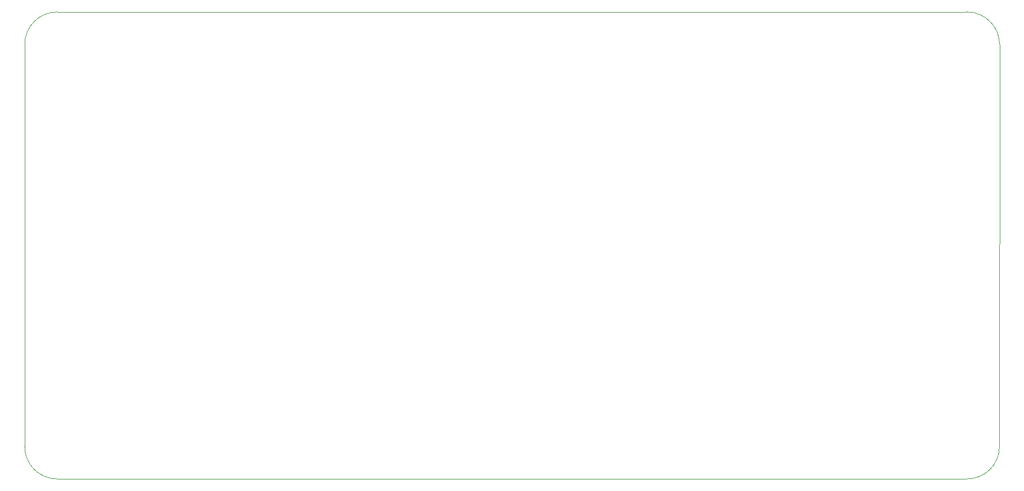
<source format=gbr>
%TF.GenerationSoftware,KiCad,Pcbnew,7.0.1*%
%TF.CreationDate,2023-05-07T16:57:40-06:00*%
%TF.ProjectId,Phase_C_STM_Shield,50686173-655f-4435-9f53-544d5f536869,rev?*%
%TF.SameCoordinates,Original*%
%TF.FileFunction,Profile,NP*%
%FSLAX46Y46*%
G04 Gerber Fmt 4.6, Leading zero omitted, Abs format (unit mm)*
G04 Created by KiCad (PCBNEW 7.0.1) date 2023-05-07 16:57:40*
%MOMM*%
%LPD*%
G01*
G04 APERTURE LIST*
%TA.AperFunction,Profile*%
%ADD10C,0.100000*%
%TD*%
G04 APERTURE END LIST*
D10*
X42189400Y-103369000D02*
G75*
G03*
X47193200Y-108372800I5003800J0D01*
G01*
X42189400Y-41376600D02*
X42189400Y-103369000D01*
X47193200Y-108372800D02*
X187172600Y-108369100D01*
X187172600Y-108369100D02*
G75*
G03*
X192176400Y-103365300I0J5003800D01*
G01*
X192189400Y-41376600D02*
G75*
G03*
X187185600Y-36372800I-5003800J0D01*
G01*
X47193200Y-36372800D02*
G75*
G03*
X42189400Y-41376600I0J-5003800D01*
G01*
X187185600Y-36372800D02*
X47193200Y-36372800D01*
X192176400Y-103365300D02*
X192189400Y-41376600D01*
M02*

</source>
